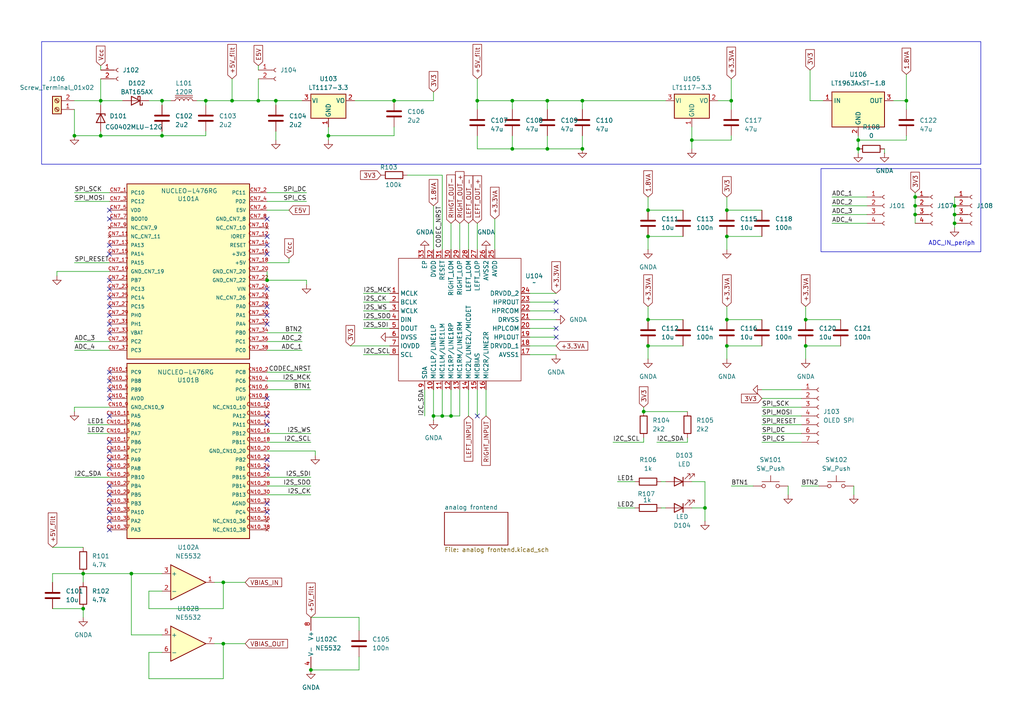
<source format=kicad_sch>
(kicad_sch (version 20231120) (generator "eeschema") (generator_version "8.0")
  (paper "A4")
  (lib_symbols
    (symbol "Amplifier_Operational:NE5532" (pin_names (offset 0.127))
      (property "Reference" "U" (at 0 5.08 0))
      (property "Value" "NE5532" (at 0 -5.08 0))
      (symbol "NE5532_1_1"
        (pin output line (at 7.62 0 180) (length 2.54) (name "~") (number "1"))
        (pin input line (at -7.62 -2.54 0) (length 2.54) (name "-") (number "2"))
        (pin input line (at -7.62 2.54 0) (length 2.54) (name "+") (number "3"))
      )
      (symbol "NE5532_2_1"
        (pin input line (at -7.62 2.54 0) (length 2.54) (name "+") (number "5"))
        (pin input line (at -7.62 -2.54 0) (length 2.54) (name "-") (number "6"))
        (pin output line (at 7.62 0 180) (length 2.54) (name "~") (number "7"))
      )
      (symbol "NE5532_3_1"
        (pin power_in line (at -2.54 -7.62 90) (length 3.81) (name "V-") (number "4"))
        (pin power_in line (at -2.54 7.62 270) (length 3.81) (name "V+") (number "8"))
      )
    )
    (symbol "Connector:Conn_01x02_Socket" (pin_names (offset 1.016) hide)
      (property "Reference" "J" (at 0 2.54 0))
      (property "Value" "Conn_01x02_Socket" (at 0 -5.08 0))
      (symbol "Conn_01x02_Socket_1_1"
        (pin passive line (at -5.08 0 0) (length 3.81) (name "Pin_1") (number "1"))
        (pin passive line (at -5.08 -2.54 0) (length 3.81) (name "Pin_2") (number "2"))
      )
    )
    (symbol "Connector:Conn_01x04_Socket" (pin_names (offset 1.016) hide)
      (property "Reference" "J" (at 0 5.08 0))
      (property "Value" "Conn_01x04_Socket" (at 0 -7.62 0))
      (symbol "Conn_01x04_Socket_1_1"
        (pin passive line (at -5.08 2.54 0) (length 3.81) (name "Pin_1") (number "1"))
        (pin passive line (at -5.08 0 0) (length 3.81) (name "Pin_2") (number "2"))
        (pin passive line (at -5.08 -2.54 0) (length 3.81) (name "Pin_3") (number "3"))
        (pin passive line (at -5.08 -5.08 0) (length 3.81) (name "Pin_4") (number "4"))
      )
    )
    (symbol "Connector:Conn_01x07_Socket" (pin_names (offset 1.016) hide)
      (property "Reference" "J" (at 0 10.16 0))
      (property "Value" "Conn_01x07_Socket" (at 0 -10.16 0))
      (symbol "Conn_01x07_Socket_1_1"
        (pin passive line (at -5.08 7.62 0) (length 3.81) (name "Pin_1") (number "1"))
        (pin passive line (at -5.08 5.08 0) (length 3.81) (name "Pin_2") (number "2"))
        (pin passive line (at -5.08 2.54 0) (length 3.81) (name "Pin_3") (number "3"))
        (pin passive line (at -5.08 0 0) (length 3.81) (name "Pin_4") (number "4"))
        (pin passive line (at -5.08 -2.54 0) (length 3.81) (name "Pin_5") (number "5"))
        (pin passive line (at -5.08 -5.08 0) (length 3.81) (name "Pin_6") (number "6"))
        (pin passive line (at -5.08 -7.62 0) (length 3.81) (name "Pin_7") (number "7"))
      )
    )
    (symbol "Connector:Screw_Terminal_01x02" (pin_names (offset 1.016) hide)
      (property "Reference" "J" (at 0 2.54 0))
      (property "Value" "Screw_Terminal_01x02" (at 0 -5.08 0))
      (symbol "Screw_Terminal_01x02_1_1"
        (pin passive line (at -5.08 0 0) (length 3.81) (name "Pin_1") (number "1"))
        (pin passive line (at -5.08 -2.54 0) (length 3.81) (name "Pin_2") (number "2"))
      )
    )
    (symbol "Device:C" (pin_numbers hide) (pin_names (offset 0.254))
      (property "Reference" "C" (at 0.635 2.54 0))
      (property "Value" "C" (at 0.635 -2.54 0))
      (symbol "C_1_1"
        (pin passive line (at 0 3.81 270) (length 2.794) (name "~") (number "1"))
        (pin passive line (at 0 -3.81 90) (length 2.794) (name "~") (number "2"))
      )
    )
    (symbol "Device:LED" (pin_numbers hide) (pin_names (offset 1.016) hide)
      (property "Reference" "D" (at 0 2.54 0))
      (property "Value" "LED" (at 0 -2.54 0))
      (symbol "LED_1_1"
        (pin passive line (at -3.81 0 0) (length 2.54) (name "K") (number "1"))
        (pin passive line (at 3.81 0 180) (length 2.54) (name "A") (number "2"))
      )
    )
    (symbol "Device:L_Iron" (pin_numbers hide) (pin_names (offset 1.016) hide)
      (property "Reference" "L" (at -1.27 0 90))
      (property "Value" "L_Iron" (at 2.794 0 90))
      (symbol "L_Iron_1_1"
        (pin passive line (at 0 3.81 270) (length 1.27) (name "1") (number "1"))
        (pin passive line (at 0 -3.81 90) (length 1.27) (name "2") (number "2"))
      )
    )
    (symbol "Device:R" (pin_numbers hide) (pin_names (offset 0))
      (property "Reference" "R" (at 2.032 0 90))
      (property "Value" "R" (at 0 0 90))
      (symbol "R_1_1"
        (pin passive line (at 0 3.81 270) (length 1.27) (name "~") (number "1"))
        (pin passive line (at 0 -3.81 90) (length 1.27) (name "~") (number "2"))
      )
    )
    (symbol "Diode:BAT48JFILM" (pin_numbers hide) (pin_names (offset 1.016) hide)
      (property "Reference" "D" (at 0 2.54 0))
      (property "Value" "BAT48JFILM" (at 0 -2.54 0))
      (symbol "BAT48JFILM_1_1"
        (pin passive line (at -3.81 0 0) (length 2.54) (name "K") (number "1"))
        (pin passive line (at 3.81 0 180) (length 2.54) (name "A") (number "2"))
      )
    )
    (symbol "Diode:ESD5Zxx" (pin_numbers hide) (pin_names hide)
      (property "Reference" "D" (at 0 2.54 0))
      (property "Value" "ESD5Zxx" (at 0 -2.54 0))
      (symbol "ESD5Zxx_1_1"
        (pin passive line (at -3.81 0 0) (length 2.54) (name "K") (number "1"))
        (pin passive line (at 3.81 0 180) (length 2.54) (name "A") (number "2"))
      )
    )
    (symbol "NUCLEO-L476RG:NUCLEO-L476RG" (pin_names (offset 1.016))
      (property "Reference" "U" (at -17.78 26.162 0))
      (property "Value" "NUCLEO-L476RG" (at -17.78 -27.94 0))
      (symbol "NUCLEO-L476RG_1_0"
        (pin bidirectional line (at -22.86 22.86 0) (length 5.08) (name "PC10") (number "CN7_1"))
        (pin no_connect line (at 22.86 12.7 180) (length 5.08) (name "NC_CN7_10") (number "CN7_10"))
        (pin no_connect line (at -22.86 10.16 0) (length 5.08) (name "NC_CN7_11") (number "CN7_11"))
        (pin input line (at 22.86 10.16 180) (length 5.08) (name "IOREF") (number "CN7_12"))
        (pin bidirectional line (at -22.86 7.62 0) (length 5.08) (name "PA13") (number "CN7_13"))
        (pin input line (at 22.86 7.62 180) (length 5.08) (name "RESET") (number "CN7_14"))
        (pin bidirectional line (at -22.86 5.08 0) (length 5.08) (name "PA14") (number "CN7_15"))
        (pin power_in line (at 22.86 5.08 180) (length 5.08) (name "+3V3") (number "CN7_16"))
        (pin bidirectional line (at -22.86 2.54 0) (length 5.08) (name "PA15") (number "CN7_17"))
        (pin power_in line (at 22.86 2.54 180) (length 5.08) (name "+5V") (number "CN7_18"))
        (pin power_in line (at -22.86 0 0) (length 5.08) (name "GND_CN7_19") (number "CN7_19"))
        (pin bidirectional line (at 22.86 22.86 180) (length 5.08) (name "PC11") (number "CN7_2"))
        (pin power_in line (at 22.86 0 180) (length 5.08) (name "GND_CN7_20") (number "CN7_20"))
        (pin bidirectional line (at -22.86 -2.54 0) (length 5.08) (name "PB7") (number "CN7_21"))
        (pin power_in line (at 22.86 -2.54 180) (length 5.08) (name "GND_CN7_22") (number "CN7_22"))
        (pin bidirectional line (at -22.86 -5.08 0) (length 5.08) (name "PC13") (number "CN7_23"))
        (pin power_in line (at 22.86 -5.08 180) (length 5.08) (name "VIN") (number "CN7_24"))
        (pin bidirectional line (at -22.86 -7.62 0) (length 5.08) (name "PC14") (number "CN7_25"))
        (pin no_connect line (at 22.86 -7.62 180) (length 5.08) (name "NC_CN7_26") (number "CN7_26"))
        (pin bidirectional line (at -22.86 -10.16 0) (length 5.08) (name "PC15") (number "CN7_27"))
        (pin bidirectional line (at 22.86 -10.16 180) (length 5.08) (name "PA0") (number "CN7_28"))
        (pin bidirectional line (at -22.86 -12.7 0) (length 5.08) (name "PH0") (number "CN7_29"))
        (pin bidirectional line (at -22.86 20.32 0) (length 5.08) (name "PC12") (number "CN7_3"))
        (pin bidirectional line (at 22.86 -12.7 180) (length 5.08) (name "PA1") (number "CN7_30"))
        (pin bidirectional line (at -22.86 -15.24 0) (length 5.08) (name "PH1") (number "CN7_31"))
        (pin bidirectional line (at 22.86 -15.24 180) (length 5.08) (name "PA4") (number "CN7_32"))
        (pin power_in line (at -22.86 -17.78 0) (length 5.08) (name "VBAT") (number "CN7_33"))
        (pin bidirectional line (at 22.86 -17.78 180) (length 5.08) (name "PB0") (number "CN7_34"))
        (pin bidirectional line (at -22.86 -20.32 0) (length 5.08) (name "PC2") (number "CN7_35"))
        (pin bidirectional line (at 22.86 -20.32 180) (length 5.08) (name "PC1") (number "CN7_36"))
        (pin bidirectional line (at -22.86 -22.86 0) (length 5.08) (name "PC3") (number "CN7_37"))
        (pin bidirectional line (at 22.86 -22.86 180) (length 5.08) (name "PC0") (number "CN7_38"))
        (pin bidirectional line (at 22.86 20.32 180) (length 5.08) (name "PD2") (number "CN7_4"))
        (pin power_in line (at -22.86 17.78 0) (length 5.08) (name "VDD") (number "CN7_5"))
        (pin power_in line (at 22.86 17.78 180) (length 5.08) (name "E5V") (number "CN7_6"))
        (pin input line (at -22.86 15.24 0) (length 5.08) (name "BOOT0") (number "CN7_7"))
        (pin power_in line (at 22.86 15.24 180) (length 5.08) (name "GND_CN7_8") (number "CN7_8"))
        (pin no_connect line (at -22.86 12.7 0) (length 5.08) (name "NC_CN7_9") (number "CN7_9"))
      )
      (symbol "NUCLEO-L476RG_2_0"
        (pin bidirectional line (at -22.86 22.86 0) (length 5.08) (name "PC9") (number "CN10_1"))
        (pin no_connect line (at 22.86 12.7 180) (length 5.08) (name "NC_CN10_10") (number "CN10_10"))
        (pin bidirectional line (at -22.86 10.16 0) (length 5.08) (name "PA5") (number "CN10_11"))
        (pin bidirectional line (at 22.86 10.16 180) (length 5.08) (name "PA12") (number "CN10_12"))
        (pin bidirectional line (at -22.86 7.62 0) (length 5.08) (name "PA6") (number "CN10_13"))
        (pin bidirectional line (at 22.86 7.62 180) (length 5.08) (name "PA11") (number "CN10_14"))
        (pin bidirectional line (at -22.86 5.08 0) (length 5.08) (name "PA7") (number "CN10_15"))
        (pin bidirectional line (at 22.86 5.08 180) (length 5.08) (name "PB12") (number "CN10_16"))
        (pin bidirectional line (at -22.86 2.54 0) (length 5.08) (name "PB6") (number "CN10_17"))
        (pin bidirectional line (at 22.86 2.54 180) (length 5.08) (name "PB11") (number "CN10_18"))
        (pin bidirectional line (at -22.86 0 0) (length 5.08) (name "PC7") (number "CN10_19"))
        (pin bidirectional line (at 22.86 22.86 180) (length 5.08) (name "PC8") (number "CN10_2"))
        (pin power_in line (at 22.86 0 180) (length 5.08) (name "GND_CN10_20") (number "CN10_20"))
        (pin bidirectional line (at -22.86 -2.54 0) (length 5.08) (name "PA9") (number "CN10_21"))
        (pin bidirectional line (at 22.86 -2.54 180) (length 5.08) (name "PB2") (number "CN10_22"))
        (pin bidirectional line (at -22.86 -5.08 0) (length 5.08) (name "PA8") (number "CN10_23"))
        (pin bidirectional line (at 22.86 -5.08 180) (length 5.08) (name "PB1") (number "CN10_24"))
        (pin bidirectional line (at -22.86 -7.62 0) (length 5.08) (name "PB10") (number "CN10_25"))
        (pin bidirectional line (at 22.86 -7.62 180) (length 5.08) (name "PB15") (number "CN10_26"))
        (pin bidirectional line (at -22.86 -10.16 0) (length 5.08) (name "PB4") (number "CN10_27"))
        (pin bidirectional line (at 22.86 -10.16 180) (length 5.08) (name "PB14") (number "CN10_28"))
        (pin bidirectional line (at -22.86 -12.7 0) (length 5.08) (name "PB5") (number "CN10_29"))
        (pin bidirectional line (at -22.86 20.32 0) (length 5.08) (name "PB8") (number "CN10_3"))
        (pin bidirectional line (at 22.86 -12.7 180) (length 5.08) (name "PB13") (number "CN10_30"))
        (pin bidirectional line (at -22.86 -15.24 0) (length 5.08) (name "PB3") (number "CN10_31"))
        (pin power_in line (at 22.86 -15.24 180) (length 5.08) (name "AGND") (number "CN10_32"))
        (pin bidirectional line (at -22.86 -17.78 0) (length 5.08) (name "PA10") (number "CN10_33"))
        (pin bidirectional line (at 22.86 -17.78 180) (length 5.08) (name "PC4") (number "CN10_34"))
        (pin bidirectional line (at -22.86 -20.32 0) (length 5.08) (name "PA2") (number "CN10_35"))
        (pin no_connect line (at 22.86 -20.32 180) (length 5.08) (name "NC_CN10_36") (number "CN10_36"))
        (pin bidirectional line (at -22.86 -22.86 0) (length 5.08) (name "PA3") (number "CN10_37"))
        (pin no_connect line (at 22.86 -22.86 180) (length 5.08) (name "NC_CN10_38") (number "CN10_38"))
        (pin bidirectional line (at 22.86 20.32 180) (length 5.08) (name "PC6") (number "CN10_4"))
        (pin bidirectional line (at -22.86 17.78 0) (length 5.08) (name "PB9") (number "CN10_5"))
        (pin bidirectional line (at 22.86 17.78 180) (length 5.08) (name "PC5") (number "CN10_6"))
        (pin power_in line (at -22.86 15.24 0) (length 5.08) (name "AVDD") (number "CN10_7"))
        (pin power_in line (at 22.86 15.24 180) (length 5.08) (name "U5V") (number "CN10_8"))
        (pin power_in line (at -22.86 12.7 0) (length 5.08) (name "GND_CN10_9") (number "CN10_9"))
      )
    )
    (symbol "Regulator_Linear:LT1117-3.3" (pin_names (offset 0.254))
      (property "Reference" "U" (at -3.81 3.175 0))
      (property "Value" "LT1117-3.3" (at 0 3.175 0))
      (symbol "LT1117-3.3_1_1"
        (pin power_in line (at 0 -7.62 90) (length 2.54) (name "GND") (number "1"))
        (pin power_out line (at 7.62 0 180) (length 2.54) (name "VO") (number "2"))
        (pin power_in line (at -7.62 0 0) (length 2.54) (name "VI") (number "3"))
      )
    )
    (symbol "Regulator_Linear:LT1963AxST-1.8"
      (property "Reference" "U" (at -7.62 6.35 0))
      (property "Value" "LT1963AxST-1.8" (at -1.27 6.35 0))
      (symbol "LT1963AxST-1.8_1_1"
        (pin power_in line (at -10.16 2.54 0) (length 2.54) (name "IN") (number "1"))
        (pin power_in line (at 0 -7.62 90) (length 2.54) (name "GND") (number "2"))
        (pin power_out line (at 10.16 2.54 180) (length 2.54) (name "OUT") (number "3"))
      )
    )
    (symbol "Switch:SW_Push" (pin_numbers hide) (pin_names (offset 1.016) hide)
      (property "Reference" "SW" (at 1.27 2.54 0))
      (property "Value" "SW_Push" (at 0 -1.524 0))
      (symbol "SW_Push_0_1"
        (pin passive line (at -5.08 0 0) (length 2.54) (name "1") (number "1"))
        (pin passive line (at 5.08 0 180) (length 2.54) (name "2") (number "2"))
      )
    )
    (symbol "moja:TLV320AIC3104IRHBR"
      (property "Reference" "U4" (at 21.59 15.2086 0))
      (property "Value" "~" (at 21.59 13.3035 0))
      (symbol "TLV320AIC3104IRHBR_1_1"
        (pin input line (at -20.32 10.16 0) (length 2.54) (name "MCLK") (number "1"))
        (pin input line (at -7.62 -17.78 90) (length 2.54) (name "MIC1LP/LINE1LP") (number "10"))
        (pin input line (at -5.08 -17.78 90) (length 2.54) (name "MIC1LM/LINE1LM") (number "11"))
        (pin input line (at -2.54 -17.78 90) (length 2.54) (name "MIC1RP/LINE1RP") (number "12"))
        (pin input line (at 0 -17.78 90) (length 2.54) (name "MIC1RM/LINE1RM") (number "13"))
        (pin input line (at 2.54 -17.78 90) (length 2.54) (name "MIC2L/LINE2L/MICDET") (number "14"))
        (pin input line (at 5.08 -17.78 90) (length 2.54) (name "MICBIAS") (number "15"))
        (pin input line (at 7.62 -17.78 90) (length 2.54) (name "MIC2R/LINE2R") (number "16"))
        (pin input line (at 20.32 -7.62 180) (length 2.54) (name "AVSS1") (number "17"))
        (pin input line (at 20.32 -5.08 180) (length 2.54) (name "DRVDD_1") (number "18"))
        (pin input line (at 20.32 -2.54 180) (length 2.54) (name "HPLOUT") (number "19"))
        (pin input line (at -20.32 7.62 0) (length 2.54) (name "BCLK") (number "2"))
        (pin input line (at 20.32 0 180) (length 2.54) (name "HPLCOM") (number "20"))
        (pin input line (at 20.32 2.54 180) (length 2.54) (name "DRVSS") (number "21"))
        (pin input line (at 20.32 5.08 180) (length 2.54) (name "HPRCOM") (number "22"))
        (pin input line (at 20.32 7.62 180) (length 2.54) (name "HPROUT") (number "23"))
        (pin input line (at 20.32 10.16 180) (length 2.54) (name "DRVDD_2") (number "24"))
        (pin input line (at 10.16 22.86 270) (length 2.54) (name "AVDD") (number "25"))
        (pin input line (at 7.62 22.86 270) (length 2.54) (name "AVSS2") (number "26"))
        (pin input line (at 5.08 22.86 270) (length 2.54) (name "LEFT_LOP") (number "27"))
        (pin input line (at 2.54 22.86 270) (length 2.54) (name "LEFT_LOM") (number "28"))
        (pin input line (at 0 22.86 270) (length 2.54) (name "RIGHT_LOP") (number "29"))
        (pin input line (at -20.32 5.08 0) (length 2.54) (name "WCLK") (number "3"))
        (pin input line (at -2.54 22.86 270) (length 2.54) (name "RIGHT_LOM") (number "30"))
        (pin input line (at -5.08 22.86 270) (length 2.54) (name "RESET") (number "31"))
        (pin input line (at -7.62 22.86 270) (length 2.54) (name "DVDD") (number "32"))
        (pin input line (at -10.16 22.86 270) (length 2.54) (name "EP") (number "33"))
        (pin input line (at -20.32 2.54 0) (length 2.54) (name "DIN") (number "4"))
        (pin input line (at -20.32 0 0) (length 2.54) (name "DOUT") (number "5"))
        (pin input line (at -20.32 -2.54 0) (length 2.54) (name "DVSS") (number "6"))
        (pin input line (at -20.32 -5.08 0) (length 2.54) (name "IOVDD") (number "7"))
        (pin input line (at -20.32 -7.62 0) (length 2.54) (name "SCL") (number "8"))
        (pin input line (at -10.16 -17.78 90) (length 2.54) (name "SDA") (number "9"))
      )
    )
    (symbol "power:GND" (power) (pin_names (offset 0))
      (property "Value" "GND" (at 0 -3.81 0))
      (symbol "GND_1_1"
        (pin power_in line (at 0 0 270) (length 0) hide (name "GND") (number "1"))
      )
    )
    (symbol "power:GNDA" (power) (pin_numbers hide) (pin_names (offset 0) hide)
      (property "Value" "GNDA" (at 0 -3.81 0))
      (symbol "GNDA_1_1"
        (pin power_in line (at 0 0 270) (length 0) (name "~") (number "1"))
      )
    )
  )
  (junction (at 148.59 29.21))
  (junction (at 158.75 29.21))
  (junction (at 200.66 40.64))
  (junction (at 248.92 43.18))
  (junction (at 187.96 92.71))
  (junction (at 46.99 39.37))
  (junction (at 138.43 29.21))
  (junction (at 210.82 92.71))
  (junction (at 262.89 29.21))
  (junction (at 158.75 43.18))
  (junction (at 187.96 60.96))
  (junction (at 74.93 29.21))
  (junction (at 210.82 100.33))
  (junction (at 210.82 60.96))
  (junction (at 168.91 29.21))
  (junction (at 24.13 166.37))
  (junction (at 265.43 62.23))
  (junction (at 21.59 39.37))
  (junction (at 67.31 29.21))
  (junction (at 95.25 39.37))
  (junction (at 186.69 119.38))
  (junction (at 24.13 176.53))
  (junction (at 276.86 62.23))
  (junction (at 265.43 59.69))
  (junction (at 77.47 81.28))
  (junction (at 187.96 100.33))
  (junction (at 59.69 29.21))
  (junction (at 265.43 57.15))
  (junction (at 64.77 186.69))
  (junction (at 29.21 39.37))
  (junction (at 233.68 92.71))
  (junction (at 38.1 166.37))
  (junction (at 187.96 68.58))
  (junction (at 212.09 29.21))
  (junction (at 210.82 68.58))
  (junction (at 29.21 29.21))
  (junction (at 168.91 43.18))
  (junction (at 148.59 43.18))
  (junction (at 125.73 120.65))
  (junction (at 233.68 100.33))
  (junction (at 80.01 29.21))
  (junction (at 276.86 59.69))
  (junction (at 46.99 29.21))
  (junction (at 130.81 120.65))
  (junction (at 128.27 120.65))
  (junction (at 248.92 40.64))
  (junction (at 276.86 64.77))
  (junction (at 90.17 194.31))
  (junction (at 114.3 29.21))
  (junction (at 64.77 168.91))
  (junction (at 204.47 147.32))
  (no_connect (at 77.47 120.65))
  (no_connect (at 31.75 128.27))
  (no_connect (at 77.47 135.89))
  (no_connect (at 77.47 91.44))
  (no_connect (at 77.47 88.9))
  (no_connect (at 31.75 93.98))
  (no_connect (at 161.29 90.17))
  (no_connect (at 77.47 71.12))
  (no_connect (at 77.47 83.82))
  (no_connect (at 31.75 81.28))
  (no_connect (at 31.75 135.89))
  (no_connect (at 31.75 110.49))
  (no_connect (at 77.47 133.35))
  (no_connect (at 31.75 140.97))
  (no_connect (at 31.75 96.52))
  (no_connect (at 77.47 63.5))
  (no_connect (at 31.75 83.82))
  (no_connect (at 31.75 120.65))
  (no_connect (at 77.47 146.05))
  (no_connect (at 161.29 95.25))
  (no_connect (at 31.75 63.5))
  (no_connect (at 31.75 71.12))
  (no_connect (at 77.47 93.98))
  (no_connect (at 161.29 87.63))
  (no_connect (at 31.75 88.9))
  (no_connect (at 31.75 91.44))
  (no_connect (at 31.75 151.13))
  (no_connect (at 77.47 123.19))
  (no_connect (at 31.75 148.59))
  (no_connect (at 31.75 153.67))
  (no_connect (at 31.75 115.57))
  (no_connect (at 77.47 68.58))
  (no_connect (at 31.75 133.35))
  (no_connect (at 31.75 86.36))
  (no_connect (at 77.47 73.66))
  (no_connect (at 31.75 146.05))
  (no_connect (at 31.75 73.66))
  (no_connect (at 161.29 97.79))
  (no_connect (at 138.43 120.65))
  (no_connect (at 31.75 113.03))
  (no_connect (at 31.75 60.96))
  (no_connect (at 31.75 107.95))
  (no_connect (at 77.47 115.57))
  (no_connect (at 77.47 148.59))
  (no_connect (at 31.75 130.81))
  (no_connect (at 31.75 143.51))
  (wire (pts (xy 77.47 76.2) (xy 83.82 76.2)))
  (wire (pts (xy 153.67 90.17) (xy 161.29 90.17)))
  (wire (pts (xy 74.93 29.21) (xy 80.01 29.21)))
  (wire (pts (xy 220.98 128.27) (xy 232.41 128.27)))
  (wire (pts (xy 187.96 68.58) (xy 187.96 72.39)))
  (wire (pts (xy 265.43 59.69) (xy 265.43 62.23)))
  (wire (pts (xy 77.47 60.96) (xy 83.82 60.96)))
  (wire (pts (xy 62.23 168.91) (xy 64.77 168.91)))
  (wire (pts (xy 105.41 102.87) (xy 113.03 102.87)))
  (wire (pts (xy 64.77 186.69) (xy 71.12 186.69)))
  (wire (pts (xy 21.59 138.43) (xy 31.75 138.43)))
  (wire (pts (xy 88.9 81.28) (xy 88.9 82.55)))
  (wire (pts (xy 101.6 100.33) (xy 113.03 100.33)))
  (wire (pts (xy 123.19 120.65) (xy 123.19 113.03)))
  (wire (pts (xy 77.47 138.43) (xy 90.17 138.43)))
  (wire (pts (xy 241.3 62.23) (xy 251.46 62.23)))
  (wire (pts (xy 276.86 62.23) (xy 276.86 64.77)))
  (wire (pts (xy 77.47 143.51) (xy 90.17 143.51)))
  (wire (pts (xy 46.99 171.45) (xy 43.18 171.45)))
  (wire (pts (xy 15.24 168.91) (xy 15.24 166.37)))
  (wire (pts (xy 140.97 120.65) (xy 140.97 113.03)))
  (wire (pts (xy 104.14 182.88) (xy 104.14 179.07)))
  (wire (pts (xy 212.09 22.86) (xy 212.09 29.21)))
  (wire (pts (xy 168.91 29.21) (xy 193.04 29.21)))
  (wire (pts (xy 31.75 101.6) (xy 21.59 101.6)))
  (wire (pts (xy 199.39 127) (xy 199.39 128.27)))
  (wire (pts (xy 43.18 189.23) (xy 43.18 196.85)))
  (wire (pts (xy 204.47 147.32) (xy 204.47 151.13)))
  (wire (pts (xy 198.12 100.33) (xy 187.96 100.33)))
  (wire (pts (xy 128.27 120.65) (xy 125.73 120.65)))
  (wire (pts (xy 77.47 81.28) (xy 88.9 81.28)))
  (wire (pts (xy 125.73 26.67) (xy 125.73 29.21)))
  (wire (pts (xy 241.3 59.69) (xy 251.46 59.69)))
  (wire (pts (xy 83.82 74.93) (xy 83.82 76.2)))
  (wire (pts (xy 208.28 29.21) (xy 212.09 29.21)))
  (wire (pts (xy 220.98 92.71) (xy 210.82 92.71)))
  (wire (pts (xy 77.47 96.52) (xy 87.63 96.52)))
  (wire (pts (xy 276.86 57.15) (xy 276.86 59.69)))
  (wire (pts (xy 212.09 39.37) (xy 212.09 40.64)))
  (wire (pts (xy 187.96 100.33) (xy 187.96 104.14)))
  (wire (pts (xy 200.66 43.18) (xy 200.66 40.64)))
  (wire (pts (xy 95.25 40.64) (xy 95.25 39.37)))
  (wire (pts (xy 77.47 99.06) (xy 87.63 99.06)))
  (wire (pts (xy 133.35 120.65) (xy 133.35 113.03)))
  (wire (pts (xy 187.96 57.15) (xy 187.96 60.96)))
  (wire (pts (xy 29.21 39.37) (xy 46.99 39.37)))
  (wire (pts (xy 276.86 64.77) (xy 276.86 66.04)))
  (wire (pts (xy 256.54 44.45) (xy 256.54 43.18)))
  (wire (pts (xy 233.68 88.9) (xy 233.68 92.71)))
  (wire (pts (xy 186.69 118.11) (xy 186.69 119.38)))
  (wire (pts (xy 64.77 168.91) (xy 64.77 176.53)))
  (wire (pts (xy 135.89 72.39) (xy 135.89 64.77)))
  (wire (pts (xy 67.31 22.86) (xy 67.31 29.21)))
  (wire (pts (xy 262.89 29.21) (xy 262.89 31.75)))
  (wire (pts (xy 153.67 85.09) (xy 161.29 85.09)))
  (wire (pts (xy 59.69 29.21) (xy 59.69 30.48)))
  (wire (pts (xy 212.09 140.97) (xy 218.44 140.97)))
  (wire (pts (xy 233.68 100.33) (xy 233.68 104.14)))
  (wire (pts (xy 21.59 55.88) (xy 31.75 55.88)))
  (wire (pts (xy 276.86 59.69) (xy 276.86 62.23)))
  (wire (pts (xy 212.09 29.21) (xy 212.09 31.75)))
  (wire (pts (xy 210.82 88.9) (xy 210.82 92.71)))
  (wire (pts (xy 138.43 43.18) (xy 148.59 43.18)))
  (wire (pts (xy 77.47 140.97) (xy 90.17 140.97)))
  (wire (pts (xy 234.95 20.32) (xy 234.95 29.21)))
  (wire (pts (xy 77.47 130.81) (xy 91.44 130.81)))
  (wire (pts (xy 212.09 40.64) (xy 200.66 40.64)))
  (wire (pts (xy 128.27 120.65) (xy 128.27 113.03)))
  (wire (pts (xy 198.12 60.96) (xy 187.96 60.96)))
  (wire (pts (xy 59.69 29.21) (xy 67.31 29.21)))
  (wire (pts (xy 46.99 38.1) (xy 46.99 39.37)))
  (wire (pts (xy 105.41 92.71) (xy 113.03 92.71)))
  (wire (pts (xy 46.99 29.21) (xy 46.99 30.48)))
  (wire (pts (xy 114.3 36.83) (xy 114.3 39.37)))
  (wire (pts (xy 118.11 50.8) (xy 128.27 50.8)))
  (wire (pts (xy 105.41 95.25) (xy 113.03 95.25)))
  (wire (pts (xy 104.14 190.5) (xy 104.14 194.31)))
  (wire (pts (xy 43.18 29.21) (xy 46.99 29.21)))
  (wire (pts (xy 168.91 43.18) (xy 168.91 39.37)))
  (wire (pts (xy 130.81 113.03) (xy 130.81 120.65)))
  (wire (pts (xy 248.92 43.18) (xy 248.92 44.45)))
  (wire (pts (xy 25.4 125.73) (xy 31.75 125.73)))
  (wire (pts (xy 158.75 29.21) (xy 158.75 31.75)))
  (wire (pts (xy 241.3 57.15) (xy 251.46 57.15)))
  (wire (pts (xy 15.24 176.53) (xy 24.13 176.53)))
  (wire (pts (xy 241.3 64.77) (xy 251.46 64.77)))
  (wire (pts (xy 133.35 120.65) (xy 130.81 120.65)))
  (wire (pts (xy 38.1 166.37) (xy 46.99 166.37)))
  (wire (pts (xy 104.14 179.07) (xy 90.17 179.07)))
  (wire (pts (xy 21.59 29.21) (xy 29.21 29.21)))
  (wire (pts (xy 77.47 101.6) (xy 87.63 101.6)))
  (wire (pts (xy 64.77 168.91) (xy 71.12 168.91)))
  (wire (pts (xy 43.18 196.85) (xy 64.77 196.85)))
  (wire (pts (xy 153.67 87.63) (xy 161.29 87.63)))
  (wire (pts (xy 114.3 39.37) (xy 95.25 39.37)))
  (wire (pts (xy 198.12 68.58) (xy 187.96 68.58)))
  (wire (pts (xy 143.51 63.5) (xy 143.51 72.39)))
  (wire (pts (xy 130.81 72.39) (xy 130.81 64.77)))
  (wire (pts (xy 228.6 140.97) (xy 228.6 143.51)))
  (wire (pts (xy 80.01 40.64) (xy 80.01 38.1)))
  (wire (pts (xy 138.43 22.86) (xy 138.43 29.21)))
  (wire (pts (xy 204.47 139.7) (xy 204.47 147.32)))
  (wire (pts (xy 259.08 29.21) (xy 262.89 29.21)))
  (wire (pts (xy 168.91 29.21) (xy 168.91 31.75)))
  (wire (pts (xy 15.24 166.37) (xy 24.13 166.37)))
  (wire (pts (xy 102.87 29.21) (xy 114.3 29.21)))
  (wire (pts (xy 200.66 40.64) (xy 200.66 36.83)))
  (wire (pts (xy 105.41 87.63) (xy 113.03 87.63)))
  (wire (pts (xy 64.77 186.69) (xy 64.77 196.85)))
  (wire (pts (xy 153.67 97.79) (xy 161.29 97.79)))
  (wire (pts (xy 262.89 21.59) (xy 262.89 29.21)))
  (wire (pts (xy 220.98 60.96) (xy 210.82 60.96)))
  (wire (pts (xy 24.13 166.37) (xy 38.1 166.37)))
  (wire (pts (xy 153.67 95.25) (xy 161.29 95.25)))
  (wire (pts (xy 186.69 119.38) (xy 199.39 119.38)))
  (wire (pts (xy 220.98 120.65) (xy 232.41 120.65)))
  (wire (pts (xy 21.59 118.11) (xy 21.59 119.38)))
  (wire (pts (xy 153.67 92.71) (xy 161.29 92.71)))
  (wire (pts (xy 198.12 92.71) (xy 187.96 92.71)))
  (wire (pts (xy 74.93 19.05) (xy 74.93 20.32)))
  (wire (pts (xy 104.14 194.31) (xy 90.17 194.31)))
  (wire (pts (xy 16.51 78.74) (xy 16.51 80.01)))
  (wire (pts (xy 25.4 123.19) (xy 31.75 123.19)))
  (wire (pts (xy 177.8 128.27) (xy 186.69 128.27)))
  (wire (pts (xy 220.98 68.58) (xy 210.82 68.58)))
  (wire (pts (xy 21.59 76.2) (xy 31.75 76.2)))
  (wire (pts (xy 77.47 128.27) (xy 90.17 128.27)))
  (wire (pts (xy 153.67 100.33) (xy 161.29 100.33)))
  (wire (pts (xy 179.07 147.32) (xy 184.15 147.32)))
  (wire (pts (xy 105.41 90.17) (xy 113.03 90.17)))
  (wire (pts (xy 74.93 22.86) (xy 74.93 29.21)))
  (wire (pts (xy 43.18 176.53) (xy 64.77 176.53)))
  (wire (pts (xy 29.21 29.21) (xy 35.56 29.21)))
  (wire (pts (xy 80.01 29.21) (xy 87.63 29.21)))
  (wire (pts (xy 220.98 100.33) (xy 210.82 100.33)))
  (wire (pts (xy 77.47 110.49) (xy 90.17 110.49)))
  (wire (pts (xy 77.47 55.88) (xy 88.9 55.88)))
  (wire (pts (xy 29.21 19.05) (xy 29.21 20.32)))
  (wire (pts (xy 80.01 29.21) (xy 80.01 30.48)))
  (wire (pts (xy 24.13 176.53) (xy 24.13 179.07)))
  (wire (pts (xy 138.43 29.21) (xy 138.43 31.75)))
  (wire (pts (xy 148.59 39.37) (xy 148.59 43.18)))
  (wire (pts (xy 148.59 29.21) (xy 148.59 31.75)))
  (wire (pts (xy 138.43 29.21) (xy 148.59 29.21)))
  (wire (pts (xy 232.41 140.97) (xy 237.49 140.97)))
  (wire (pts (xy 187.96 88.9) (xy 187.96 92.71)))
  (wire (pts (xy 220.98 113.03) (xy 232.41 113.03)))
  (wire (pts (xy 248.92 40.64) (xy 248.92 43.18)))
  (wire (pts (xy 220.98 115.57) (xy 232.41 115.57)))
  (wire (pts (xy 46.99 184.15) (xy 38.1 184.15)))
  (wire (pts (xy 210.82 57.15) (xy 210.82 60.96)))
  (wire (pts (xy 43.18 171.45) (xy 43.18 176.53)))
  (wire (pts (xy 262.89 39.37) (xy 262.89 40.64)))
  (wire (pts (xy 135.89 120.65) (xy 135.89 113.03)))
  (wire (pts (xy 265.43 57.15) (xy 265.43 59.69)))
  (wire (pts (xy 130.81 120.65) (xy 128.27 120.65)))
  (wire (pts (xy 220.98 125.73) (xy 232.41 125.73)))
  (wire (pts (xy 31.75 78.74) (xy 16.51 78.74)))
  (wire (pts (xy 77.47 125.73) (xy 90.17 125.73)))
  (wire (pts (xy 186.69 127) (xy 186.69 128.27)))
  (wire (pts (xy 247.65 140.97) (xy 247.65 143.51)))
  (wire (pts (xy 114.3 29.21) (xy 125.73 29.21)))
  (wire (pts (xy 67.31 29.21) (xy 74.93 29.21)))
  (wire (pts (xy 31.75 118.11) (xy 21.59 118.11)))
  (wire (pts (xy 24.13 166.37) (xy 24.13 168.91)))
  (wire (pts (xy 62.23 186.69) (xy 64.77 186.69)))
  (wire (pts (xy 77.47 78.74) (xy 77.47 81.28)))
  (wire (pts (xy 29.21 22.86) (xy 29.21 29.21)))
  (wire (pts (xy 248.92 39.37) (xy 248.92 40.64)))
  (wire (pts (xy 38.1 184.15) (xy 38.1 166.37)))
  (wire (pts (xy 190.5 128.27) (xy 199.39 128.27)))
  (wire (pts (xy 243.84 100.33) (xy 233.68 100.33)))
  (wire (pts (xy 138.43 120.65) (xy 138.43 113.03)))
  (wire (pts (xy 200.66 147.32) (xy 204.47 147.32)))
  (wire (pts (xy 125.73 113.03) (xy 125.73 120.65)))
  (wire (pts (xy 125.73 120.65) (xy 125.73 121.92)))
  (wire (pts (xy 153.67 102.87) (xy 161.29 102.87)))
  (wire (pts (xy 158.75 43.18) (xy 168.91 43.18)))
  (wire (pts (xy 91.44 130.81) (xy 91.44 132.08)))
  (wire (pts (xy 138.43 39.37) (xy 138.43 43.18)))
  (wire (pts (xy 57.15 29.21) (xy 59.69 29.21)))
  (wire (pts (xy 77.47 113.03) (xy 90.17 113.03)))
  (wire (pts (xy 158.75 39.37) (xy 158.75 43.18)))
  (wire (pts (xy 105.41 85.09) (xy 113.03 85.09)))
  (wire (pts (xy 46.99 29.21) (xy 49.53 29.21)))
  (wire (pts (xy 59.69 39.37) (xy 59.69 38.1)))
  (wire (pts (xy 234.95 29.21) (xy 238.76 29.21)))
  (wire (pts (xy 21.59 39.37) (xy 29.21 39.37)))
  (wire (pts (xy 148.59 29.21) (xy 158.75 29.21)))
  (wire (pts (xy 210.82 100.33) (xy 210.82 104.14)))
  (wire (pts (xy 138.43 72.39) (xy 138.43 64.77)))
  (wire (pts (xy 191.77 139.7) (xy 193.04 139.7)))
  (wire (pts (xy 148.59 43.18) (xy 158.75 43.18)))
  (wire (pts (xy 133.35 72.39) (xy 133.35 64.77)))
  (wire (pts (xy 21.59 31.75) (xy 21.59 39.37)))
  (wire (pts (xy 158.75 29.21) (xy 168.91 29.21)))
  (wire (pts (xy 95.25 36.83) (xy 95.25 39.37)))
  (wire (pts (xy 77.47 58.42) (xy 88.9 58.42)))
  (wire (pts (xy 220.98 118.11) (xy 232.41 118.11)))
  (wire (pts (xy 191.77 147.32) (xy 193.04 147.32)))
  (wire (pts (xy 265.43 55.88) (xy 265.43 57.15)))
  (wire (pts (xy 128.27 50.8) (xy 128.27 72.39)))
  (wire (pts (xy 15.24 158.75) (xy 24.13 158.75)))
  (wire (pts (xy 46.99 189.23) (xy 43.18 189.23)))
  (wire (pts (xy 21.59 99.06) (xy 31.75 99.06)))
  (wire (pts (xy 265.43 62.23) (xy 265.43 64.77)))
  (wire (pts (xy 77.47 107.95) (xy 90.17 107.95)))
  (wire (pts (xy 46.99 39.37) (xy 59.69 39.37)))
  (wire (pts (xy 210.82 68.58) (xy 210.82 72.39)))
  (wire (pts (xy 200.66 139.7) (xy 204.47 139.7)))
  (wire (pts (xy 125.73 72.39) (xy 125.73 59.69)))
  (wire (pts (xy 21.59 58.42) (xy 31.75 58.42)))
  (wire (pts (xy 29.21 38.1) (xy 29.21 39.37)))
  (wire (pts (xy 248.92 40.64) (xy 262.89 40.64)))
  (wire (pts (xy 29.21 29.21) (xy 29.21 30.48)))
  (wire (pts (xy 179.07 139.7) (xy 184.15 139.7)))
  (wire (pts (xy 243.84 92.71) (xy 233.68 92.71)))
  (wire (pts (xy 220.98 123.19) (xy 232.41 123.19)))
  (rectangle (start 12.065 12.065) (end 284.48 47.625))
  (rectangle (start 238.125 48.895) (end 284.48 73.025))
  (text "ADC_IN_periph\n" (at 269.24 71.374 0) (effects (font (size 1.27 1.27)) (justify left bottom)))
  (label "BTN2" (at 232.41 140.97 0))
  (label "ADC_3" (at 241.3 62.23 0))
  (label "SPI_CS" (at 88.9 58.42 180))
  (label "ADC_4" (at 241.3 64.77 0))
  (label "LED1" (at 25.4 123.19 0))
  (label "I2C_SCL" (at 105.41 102.87 0))
  (label "CODEC_NRST" (at 90.17 107.95 180))
  (label "SPI_DC" (at 220.98 125.73 0))
  (label "I2S_SDI" (at 105.41 95.25 0))
  (label "I2C_SDA" (at 190.5 128.27 0))
  (label "BTN2" (at 87.63 96.52 180))
  (label "ADC_1" (at 87.63 101.6 180))
  (label "BTN1" (at 212.09 140.97 0))
  (label "SPI_DC" (at 88.9 55.88 180))
  (label "I2C_SCL" (at 90.17 128.27 180))
  (label "LED2" (at 179.07 147.32 0))
  (label "SPI_RESET" (at 220.98 123.19 0))
  (label "I2S_SDO" (at 105.41 92.71 0))
  (label "I2S_CK" (at 105.41 87.63 0))
  (label "LED2" (at 25.4 125.73 0))
  (label "I2S_WS" (at 105.41 90.17 0))
  (label "I2C_SDA" (at 21.59 138.43 0))
  (label "SPI_CS" (at 220.98 128.27 0))
  (label "I2S_SDO" (at 90.17 140.97 180))
  (label "SPI_MOSI" (at 220.98 120.65 0))
  (label "I2S_WS" (at 90.17 125.73 180))
  (label "I2S_CK" (at 90.17 143.51 180))
  (label "ADC_3" (at 21.59 99.06 0))
  (label "I2C_SCL" (at 177.8 128.27 0))
  (label "I2S_SDI" (at 90.17 138.43 180))
  (label "CODEC_NRST" (at 128.27 59.69 270))
  (label "BTN1" (at 90.17 113.03 180))
  (label "SPI_MOSI" (at 21.59 58.42 0))
  (label "SPI_RESET" (at 21.59 76.2 0))
  (label "ADC_2" (at 87.63 99.06 180))
  (label "SPI_SCK" (at 21.59 55.88 0))
  (label "ADC_2" (at 241.3 59.69 0))
  (label "ADC_4" (at 21.59 101.6 0))
  (label "ADC_1" (at 241.3 57.15 0))
  (label "I2S_MCK" (at 90.17 110.49 180))
  (label "LED1" (at 179.07 139.7 0))
  (label "I2C_SDA" (at 123.19 120.65 90))
  (label "SPI_SCK" (at 220.98 118.11 0))
  (label "I2S_MCK" (at 105.41 85.09 0))
  (global_label "LEFT_INPUT" (shape input) (at 135.89 120.65 270) (property "Intersheetrefs" "${INTERSHEET_REFS}" (effects (hide yes))))
  (global_label "3V3" (shape input) (at 101.6 100.33 90) (property "Intersheetrefs" "${INTERSHEET_REFS}" (effects (hide yes))))
  (global_label "1.8VA" (shape input) (at 187.96 57.15 90) (property "Intersheetrefs" "${INTERSHEET_REFS}" (effects (hide yes))))
  (global_label "+3.3VA" (shape input) (at 161.29 100.33 0) (property "Intersheetrefs" "${INTERSHEET_REFS}" (effects (hide yes))))
  (global_label "LEFT_OUT_+" (shape input) (at 138.43 64.77 90) (property "Intersheetrefs" "${INTERSHEET_REFS}" (effects (hide yes))))
  (global_label "+3.3VA" (shape input) (at 143.51 63.5 90) (property "Intersheetrefs" "${INTERSHEET_REFS}" (effects (hide yes))))
  (global_label "RIGHT_OUT_+" (shape input) (at 133.35 64.77 90) (property "Intersheetrefs" "${INTERSHEET_REFS}" (effects (hide yes))))
  (global_label "+3.3VA" (shape input) (at 212.09 22.86 90) (property "Intersheetrefs" "${INTERSHEET_REFS}" (effects (hide yes))))
  (global_label "1.8VA" (shape input) (at 262.89 21.59 90) (property "Intersheetrefs" "${INTERSHEET_REFS}" (effects (hide yes))))
  (global_label "+3.3VA" (shape input) (at 233.68 88.9 90) (property "Intersheetrefs" "${INTERSHEET_REFS}" (effects (hide yes))))
  (global_label "RIHGT_OUT-" (shape input) (at 130.81 64.77 90) (property "Intersheetrefs" "${INTERSHEET_REFS}" (effects (hide yes))))
  (global_label "+3.3VA" (shape input) (at 210.82 88.9 90) (property "Intersheetrefs" "${INTERSHEET_REFS}" (effects (hide yes))))
  (global_label "E5V" (shape input) (at 83.82 60.96 0) (property "Intersheetrefs" "${INTERSHEET_REFS}" (effects (hide yes))))
  (global_label "E5V" (shape input) (at 74.93 19.05 90) (property "Intersheetrefs" "${INTERSHEET_REFS}" (effects (hide yes))))
  (global_label "LEFT_OUT_-" (shape input) (at 135.89 64.77 90) (property "Intersheetrefs" "${INTERSHEET_REFS}" (effects (hide yes))))
  (global_label "Vcc" (shape input) (at 83.82 74.93 90) (property "Intersheetrefs" "${INTERSHEET_REFS}" (effects (hide yes))))
  (global_label "+5V_filt" (shape input) (at 90.17 179.07 90) (property "Intersheetrefs" "${INTERSHEET_REFS}" (effects (hide yes))))
  (global_label "3V3" (shape input) (at 220.98 115.57 180) (property "Intersheetrefs" "${INTERSHEET_REFS}" (effects (hide yes))))
  (global_label "3V3" (shape input) (at 210.82 57.15 90) (property "Intersheetrefs" "${INTERSHEET_REFS}" (effects (hide yes))))
  (global_label "+3.3VA" (shape input) (at 187.96 88.9 90) (property "Intersheetrefs" "${INTERSHEET_REFS}" (effects (hide yes))))
  (global_label "3V3" (shape input) (at 110.49 50.8 180) (property "Intersheetrefs" "${INTERSHEET_REFS}" (effects (hide yes))))
  (global_label "VBIAS_OUT" (shape input) (at 71.12 186.69 0) (property "Intersheetrefs" "${INTERSHEET_REFS}" (effects (hide yes))))
  (global_label "3V3" (shape input) (at 234.95 20.32 90) (property "Intersheetrefs" "${INTERSHEET_REFS}" (effects (hide yes))))
  (global_label "RIGHT_INPUT" (shape input) (at 140.97 120.65 270) (property "Intersheetrefs" "${INTERSHEET_REFS}" (effects (hide yes))))
  (global_label "3V3" (shape input) (at 186.69 118.11 90) (property "Intersheetrefs" "${INTERSHEET_REFS}" (effects (hide yes))))
  (global_label "VBIAS_IN" (shape input) (at 71.12 168.91 0) (property "Intersheetrefs" "${INTERSHEET_REFS}" (effects (hide yes))))
  (global_label "3V3" (shape input) (at 265.43 55.88 90) (property "Intersheetrefs" "${INTERSHEET_REFS}" (effects (hide yes))))
  (global_label "+5V_filt" (shape input) (at 138.43 22.86 90) (property "Intersheetrefs" "${INTERSHEET_REFS}" (effects (hide yes))))
  (global_label "3V3" (shape input) (at 125.73 26.67 90) (property "Intersheetrefs" "${INTERSHEET_REFS}" (effects (hide yes))))
  (global_label "Vcc" (shape input) (at 29.21 19.05 90) (property "Intersheetrefs" "${INTERSHEET_REFS}" (effects (hide yes))))
  (global_label "+5V_filt" (shape input) (at 15.24 158.75 90) (property "Intersheetrefs" "${INTERSHEET_REFS}" (effects (hide yes))))
  (global_label "+3.3VA" (shape input) (at 161.29 85.09 90) (property "Intersheetrefs" "${INTERSHEET_REFS}" (effects (hide yes))))
  (global_label "1.8VA" (shape input) (at 125.73 59.69 90) (property "Intersheetrefs" "${INTERSHEET_REFS}" (effects (hide yes))))
  (global_label "+5V_filt" (shape input) (at 67.31 22.86 90) (property "Intersheetrefs" "${INTERSHEET_REFS}" (effects (hide yes))))
  (symbol (lib_id "Device:R") (at 186.69 123.19 0) (unit 1)
    (property "Reference" "R104" (at 189.23 121.9199 0) (effects (justify left)))
    (property "Value" "2k2" (at 189.23 124.4599 0) (effects (justify left)))
    (property "Footprint" "Resistor_SMD:R_0402_1005Metric" (effects (hide yes)))
    (property "Description" "Resistor" (effects (hide yes)))
  )
  (symbol (lib_id "Device:L_Iron") (at 53.34 29.21 90) (unit 1)
    (property "Reference" "L101" (at 53.34 24.13 90))
    (property "Value" "120R" (at 53.34 26.67 90))
    (property "Footprint" "Capacitor_SMD:C_0603_1608Metric" (effects (hide yes)))
  )
  (symbol (lib_id "Regulator_Linear:LT1117-3.3") (at 95.25 29.21 0) (unit 1)
    (property "Reference" "U103" (at 95.25 22.86 0))
    (property "Value" "LT1117-3.3" (at 95.25 25.4 0))
    (property "Footprint" "Package_TO_SOT_SMD:SOT-223-3_TabPin2" (effects (hide yes)))
    (property "Datasheet" "https://www.analog.com/media/en/technical-documentation/data-sheets/1117fd.pdf" (effects (hide yes)))
    (property "Description" "800mA Low-Dropout Linear Regulator, 3.3V fixed output, SOT-223/TO-263" (effects (hide yes)))
  )
  (symbol (lib_id "power:GND") (at 204.47 151.13 0) (unit 1)
    (property "Reference" "#PWR0129" (effects (hide yes)))
    (property "Value" "GND" (effects (hide yes)))
  )
  (symbol (lib_id "Device:R") (at 24.13 162.56 0) (unit 1)
    (property "Reference" "R101" (at 26.67 161.2899 0) (effects (justify left)))
    (property "Value" "4.7k" (at 26.67 163.8299 0) (effects (justify left)))
    (property "Footprint" "Capacitor_SMD:C_0402_1005Metric" (effects (hide yes)))
    (property "Description" "Resistor" (effects (hide yes)))
  )
  (symbol (lib_id "power:GND") (at 21.59 119.38 0) (unit 1)
    (property "Reference" "#PWR0103" (effects (hide yes)))
    (property "Value" "GND" (effects (hide yes)))
  )
  (symbol (lib_id "Device:R") (at 252.73 43.18 90) (unit 1)
    (property "Reference" "R108" (at 252.73 36.83 90))
    (property "Value" "0" (at 252.73 39.37 90))
    (property "Footprint" "Resistor_SMD:R_0402_1005Metric" (effects (hide yes)))
    (property "Description" "Resistor" (effects (hide yes)))
  )
  (symbol (lib_id "Device:C") (at 233.68 96.52 0) (unit 1)
    (property "Reference" "C120" (at 237.49 95.2499 0) (effects (justify left)))
    (property "Value" "10u" (at 237.49 97.7899 0) (effects (justify left)))
    (property "Footprint" "Capacitor_SMD:C_0603_1608Metric" (effects (hide yes)))
    (property "Description" "Unpolarized capacitor" (effects (hide yes)))
  )
  (symbol (lib_id "Device:C") (at 80.01 34.29 0) (unit 1)
    (property "Reference" "C104" (at 83.82 33.655 0) (effects (justify left)))
    (property "Value" "2u2" (at 83.82 36.195 0) (effects (justify left)))
    (property "Footprint" "Capacitor_SMD:C_0402_1005Metric" (effects (hide yes)))
  )
  (symbol (lib_id "power:GNDA") (at 125.73 121.92 0) (unit 1)
    (property "Reference" "#PWR0112" (effects (hide yes)))
    (property "Value" "GNDA" (at 125.73 127 0))
    (property "Description" "Power symbol creates a global label with name \"GNDA\" , analog ground" (effects (hide yes)))
  )
  (symbol (lib_id "power:GNDA") (at 90.17 194.31 0) (unit 1)
    (property "Reference" "#PWR0107" (effects (hide yes)))
    (property "Value" "GNDA" (at 90.17 199.39 0))
    (property "Description" "Power symbol creates a global label with name \"GNDA\" , analog ground" (effects (hide yes)))
  )
  (symbol (lib_id "Device:R") (at 199.39 123.19 0) (unit 1)
    (property "Reference" "R105" (at 201.93 121.9199 0) (effects (justify left)))
    (property "Value" "2k2" (at 201.93 124.4599 0) (effects (justify left)))
    (property "Footprint" "Resistor_SMD:R_0402_1005Metric" (effects (hide yes)))
    (property "Description" "Resistor" (effects (hide yes)))
  )
  (symbol (lib_id "power:GNDA") (at 256.54 44.45 0) (unit 1)
    (property "Reference" "#PWR0126" (effects (hide yes)))
    (property "Value" "GNDA" (at 256.54 49.53 0))
    (property "Description" "Power symbol creates a global label with name \"GNDA\" , analog ground" (effects (hide yes)))
  )
  (symbol (lib_id "power:GNDA") (at 187.96 104.14 0) (unit 1)
    (property "Reference" "#PWR0118" (effects (hide yes)))
    (property "Value" "GNDA" (at 187.96 109.22 0))
    (property "Description" "Power symbol creates a global label with name \"GNDA\" , analog ground" (effects (hide yes)))
  )
  (symbol (lib_id "Device:C") (at 210.82 64.77 0) (unit 1)
    (property "Reference" "C115" (at 214.63 63.4999 0) (effects (justify left)))
    (property "Value" "10u" (at 214.63 66.0399 0) (effects (justify left)))
    (property "Footprint" "Capacitor_SMD:C_0603_1608Metric" (effects (hide yes)))
    (property "Description" "Unpolarized capacitor" (effects (hide yes)))
  )
  (symbol (lib_id "power:GNDA") (at 233.68 104.14 0) (unit 1)
    (property "Reference" "#PWR0122" (effects (hide yes)))
    (property "Value" "GNDA" (at 233.68 109.22 0))
    (property "Description" "Power symbol creates a global label with name \"GNDA\" , analog ground" (effects (hide yes)))
  )
  (symbol (lib_id "power:GND") (at 200.66 43.18 0) (unit 1)
    (property "Reference" "#PWR0119" (effects (hide yes)))
    (property "Value" "GND" (effects (hide yes)))
  )
  (symbol (lib_id "Device:R") (at 187.96 147.32 90) (unit 1)
    (property "Reference" "R107" (at 187.452 143.256 90))
    (property "Value" "1k" (at 187.706 145.034 90))
    (property "Footprint" "Resistor_SMD:R_0402_1005Metric" (effects (hide yes)))
    (property "Description" "Resistor" (effects (hide yes)))
  )
  (symbol (lib_id "Device:C") (at 104.14 186.69 0) (unit 1)
    (property "Reference" "C105" (at 107.95 185.4199 0) (effects (justify left)))
    (property "Value" "100n" (at 107.95 187.9599 0) (effects (justify left)))
    (property "Footprint" "Capacitor_SMD:C_0402_1005Metric" (effects (hide yes)))
    (property "Description" "Unpolarized capacitor" (effects (hide yes)))
  )
  (symbol (lib_id "power:GNDA") (at 161.29 92.71 90) (unit 1)
    (property "Reference" "#PWR0114" (effects (hide yes)))
    (property "Value" "GNDA" (at 165.1 92.7099 90) (effects (justify right)))
    (property "Description" "Power symbol creates a global label with name \"GNDA\" , analog ground" (effects (hide yes)))
  )
  (symbol (lib_id "Regulator_Linear:LT1963AxST-1.8") (at 248.92 31.75 0) (unit 1)
    (property "Reference" "U106" (at 248.92 21.59 0))
    (property "Value" "LT1963AxST-1.8" (at 248.92 24.13 0))
    (property "Footprint" "Package_TO_SOT_SMD:SOT-223-3_TabPin2" (effects (hide yes)))
    (property "Datasheet" "https://www.analog.com/media/en/technical-documentation/data-sheets/1963aff.pdf" (effects (hide yes)))
    (property "Description" "1.8V, 1.5A, Low Noise, Fast Transient Response LDO Regulator, SOT-223" (effects (hide yes)))
  )
  (symbol (lib_id "Device:C") (at 187.96 96.52 0) (unit 1)
    (property "Reference" "C112" (at 191.77 95.2499 0) (effects (justify left)))
    (property "Value" "10u" (at 191.77 97.7899 0) (effects (justify left)))
    (property "Footprint" "Capacitor_SMD:C_0603_1608Metric" (effects (hide yes)))
    (property "Description" "Unpolarized capacitor" (effects (hide yes)))
  )
  (symbol (lib_id "Connector:Conn_01x04_Socket") (at 256.54 59.69 0) (unit 1)
    (property "Reference" "J101" (at 257.81 59.6899 0) (effects (justify left)))
    (property "Value" "Conn_01x04_Socket" (effects (hide yes)))
    (property "Footprint" "Connector_PinSocket_2.54mm:PinSocket_1x04_P2.54mm_Vertical" (effects (hide yes)))
    (property "Description" "Generic connector, single row, 01x04, script generated" (effects (hide yes)))
  )
  (symbol (lib_id "NUCLEO-L476RG:NUCLEO-L476RG") (at 54.61 78.74 0) (unit 1)
    (property "Reference" "U101" (at 54.61 57.658 0))
    (property "Value" "NUCLEO-L476RG" (at 54.864 55.372 0))
    (property "Footprint" "NUCLEO-L476RG:MODULE_NUCLEO-L476RG" (effects (hide yes)))
    (property "MF" "STMicroelectronics" (effects (hide yes)))
    (property "Description_1" "\nSTM32L476RG, mbed-Enabled Development Nucleo-64 STM32L4 ARM® Cortex®-M4 MCU 32-Bit Embedded Evaluation Board\n" (effects (hide yes)))
    (property "Package" "None" (effects (hide yes)))
    (property "Price" "None" (effects (hide yes)))
    (property "Check_prices" "https://www.snapeda.com/parts/NUCLEO-L476RG/STMicroelectronics/view-part/?ref=eda" (effects (hide yes)))
    (property "STANDARD" "Manufacturer Recommendations" (effects (hide yes)))
    (property "PARTREV" "15" (effects (hide yes)))
    (property "SnapEDA_Link" "https://www.snapeda.com/parts/NUCLEO-L476RG/STMicroelectronics/view-part/?ref=snap" (effects (hide yes)))
    (property "MP" "NUCLEO-L476RG" (effects (hide yes)))
    (property "Purchase-URL" "https://www.snapeda.com/api/url_track_click_mouser/?unipart_id=214577&manufacturer=STMicroelectronics&part_name=NUCLEO-L476RG&search_term=None" (effects (hide yes)))
    (property "Availability" "In Stock" (effects (hide yes)))
    (property "MANUFACTURER" "STmicroelectronics" (effects (hide yes)))
  )
  (symbol (lib_id "Regulator_Linear:LT1117-3.3") (at 200.66 29.21 0) (unit 1)
    (property "Reference" "U105" (at 200.66 22.86 0))
    (property "Value" "LT1117-3.3" (at 200.66 25.4 0))
    (property "Footprint" "Package_TO_SOT_SMD:SOT-223-3_TabPin2" (effects (hide yes)))
    (property "Datasheet" "https://www.analog.com/media/en/technical-documentation/data-sheets/1117fd.pdf" (effects (hide yes)))
    (property "Description" "800mA Low-Dropout Linear Regulator, 3.3V fixed output, SOT-223/TO-263" (effects (hide yes)))
  )
  (symbol (lib_id "power:GNDA") (at 140.97 72.39 180) (unit 1)
    (property "Reference" "#PWR0113" (effects (hide yes)))
    (property "Value" "GNDA" (at 140.97 67.31 0))
    (property "Description" "Power symbol creates a global label with name \"GNDA\" , analog ground" (effects (hide yes)))
  )
  (symbol (lib_id "power:GND") (at 16.51 80.01 0) (unit 1)
    (property "Reference" "#PWR0101" (effects (hide yes)))
    (property "Value" "GND" (effects (hide yes)))
  )
  (symbol (lib_id "Device:C") (at 59.69 34.29 180) (unit 1)
    (property "Reference" "C103" (at 63.5 33.655 0) (effects (justify right)))
    (property "Value" "2u2" (at 63.5 36.195 0) (effects (justify right)))
    (property "Footprint" "Capacitor_SMD:C_0402_1005Metric" (effects (hide yes)))
  )
  (symbol (lib_id "Connector:Conn_01x07_Socket") (at 237.49 120.65 0) (unit 1)
    (property "Reference" "J103" (at 238.76 119.3799 0) (effects (justify left)))
    (property "Value" "OLED SPI" (at 238.76 121.9199 0) (effects (justify left)))
    (property "Footprint" "Connector_PinHeader_2.54mm:PinHeader_1x07_P2.54mm_Vertical" (effects (hide yes)))
    (property "Description" "Generic connector, single row, 01x07, script generated" (effects (hide yes)))
  )
  (symbol (lib_id "Amplifier_Operational:NE5532") (at 54.61 186.69 0) (unit 2)
    (property "Reference" "U102" (at 54.61 176.53 0))
    (property "Value" "NE5532" (at 54.61 179.07 0))
    (property "Footprint" "Package_SO:SOIC-8_3.9x4.9mm_P1.27mm" (effects (hide yes)))
    (property "Datasheet" "http://www.ti.com/lit/ds/symlink/ne5532.pdf" (effects (hide yes)))
    (property "Description" "Dual Low-Noise Operational Amplifiers, DIP-8/SOIC-8" (effects (hide yes)))
  )
  (symbol (lib_id "NUCLEO-L476RG:NUCLEO-L476RG") (at 54.61 130.81 0) (unit 2)
    (property "Reference" "U101" (at 54.61 110.236 0))
    (property "Value" "NUCLEO-L476RG" (at 53.848 107.95 0))
    (property "Footprint" "NUCLEO-L476RG:MODULE_NUCLEO-L476RG" (effects (hide yes)))
    (property "MF" "STMicroelectronics" (effects (hide yes)))
    (property "Description_1" "\nSTM32L476RG, mbed-Enabled Development Nucleo-64 STM32L4 ARM® Cortex®-M4 MCU 32-Bit Embedded Evaluation Board\n" (effects (hide yes)))
    (property "Package" "None" (effects (hide yes)))
    (property "Price" "None" (effects (hide yes)))
    (property "Check_prices" "https://www.snapeda.com/parts/NUCLEO-L476RG/STMicroelectronics/view-part/?ref=eda" (effects (hide yes)))
    (property "STANDARD" "Manufacturer Recommendations" (effects (hide yes)))
    (property "PARTREV" "15" (effects (hide yes)))
    (property "SnapEDA_Link" "https://www.snapeda.com/parts/NUCLEO-L476RG/STMicroelectronics/view-part/?ref=snap" (effects (hide yes)))
    (property "MP" "NUCLEO-L476RG" (effects (hide yes)))
    (property "Purchase-URL" "https://www.snapeda.com/api/url_track_click_mouser/?unipart_id=214577&manufacturer=STMicroelectronics&part_name=NUCLEO-L476RG&search_term=None" (effects (hide yes)))
    (property "Availability" "In Stock" (effects (hide yes)))
    (property "MANUFACTURER" "STmicroelectronics" (effects (hide yes)))
  )
  (symbol (lib_id "power:GND") (at 248.92 44.45 0) (unit 1)
    (property "Reference" "#PWR0123" (effects (hide yes)))
    (property "Value" "GND" (effects (hide yes)))
  )
  (symbol (lib_id "Device:LED") (at 196.85 147.32 180) (unit 1)
    (property "Reference" "D104" (at 197.866 152.4 0))
    (property "Value" "LED" (at 197.866 149.86 0))
    (property "Footprint" "LED_SMD:LED_0805_2012Metric" (effects (hide yes)))
    (property "Description" "Light emitting diode" (effects (hide yes)))
  )
  (symbol (lib_id "power:GND") (at 95.25 40.64 0) (unit 1)
    (property "Reference" "#PWR0109" (effects (hide yes)))
    (property "Value" "GND" (effects (hide yes)))
  )
  (symbol (lib_id "Switch:SW_Push") (at 242.57 140.97 0) (unit 1)
    (property "Reference" "SW102" (at 242.57 133.35 0))
    (property "Value" "SW_Push" (at 242.57 135.89 0))
    (property "Footprint" "Button_Switch_SMD:SW_Tactile_SPST_NO_Straight_CK_PTS636Sx25SMTRLFS" (effects (hide yes)))
    (property "Description" "Push button switch, generic, two pins" (effects (hide yes)))
  )
  (symbol (lib_id "Device:C") (at 46.99 34.29 180) (unit 1)
    (property "Reference" "C102" (at 50.8 33.655 0) (effects (justify right)))
    (property "Value" "2u2" (at 50.8 36.195 0) (effects (justify right)))
    (property "Footprint" "Capacitor_SMD:C_0402_1005Metric" (effects (hide yes)))
  )
  (symbol (lib_id "power:GND") (at 88.9 82.55 0) (unit 1)
    (property "Reference" "#PWR0106" (effects (hide yes)))
    (property "Value" "GND" (effects (hide yes)))
  )
  (symbol (lib_id "Diode:BAT48JFILM") (at 39.37 29.21 180) (unit 1)
    (property "Reference" "D102" (at 39.6875 24.13 0))
    (property "Value" "BAT165AX" (at 39.6875 26.67 0))
    (property "Footprint" "Diode_SMD:D_SOD-323" (effects (hide yes)))
    (property "Datasheet" "www.st.com/resource/en/datasheet/bat48.pdf" (effects (hide yes)))
  )
  (symbol (lib_id "Device:C") (at 220.98 64.77 0) (unit 1)
    (property "Reference" "C118" (at 224.79 63.4999 0) (effects (justify left)))
    (property "Value" "100n" (at 224.79 66.0399 0) (effects (justify left)))
    (property "Footprint" "Capacitor_SMD:C_0402_1005Metric" (effects (hide yes)))
    (property "Description" "Unpolarized capacitor" (effects (hide yes)))
  )
  (symbol (lib_id "Connector:Conn_01x04_Socket") (at 281.94 59.69 0) (unit 1)
    (property "Reference" "J108" (at 283.21 59.6899 0) (effects (justify left)))
    (property "Value" "Conn_01x04_Socket" (effects (hide yes)))
    (property "Footprint" "Connector_PinSocket_2.54mm:PinSocket_1x04_P2.54mm_Vertical" (effects (hide yes)))
    (property "Description" "Generic connector, single row, 01x04, script generated" (effects (hide yes)))
  )
  (symbol (lib_id "Device:C") (at 168.91 35.56 0) (unit 1)
    (property "Reference" "C110" (at 172.72 34.925 0) (effects (justify left)))
    (property "Value" "47u" (at 172.72 37.465 0) (effects (justify left)))
    (property "Footprint" "Capacitor_SMD:C_1210_3225Metric" (effects (hide yes)))
  )
  (symbol (lib_id "Device:C") (at 148.59 35.56 0) (unit 1)
    (property "Reference" "C108" (at 152.4 34.925 0) (effects (justify left)))
    (property "Value" "47u" (at 152.4 37.465 0) (effects (justify left)))
    (property "Footprint" "Capacitor_SMD:C_1210_3225Metric" (effects (hide yes)))
  )
  (symbol (lib_id "Device:C") (at 114.3 33.02 0) (unit 1)
    (property "Reference" "C106" (at 118.11 32.385 0) (effects (justify left)))
    (property "Value" "2u2" (at 118.11 34.925 0) (effects (justify left)))
    (property "Footprint" "Capacitor_SMD:C_0402_1005Metric" (effects (hide yes)))
  )
  (symbol (lib_id "Device:C") (at 187.96 64.77 0) (unit 1)
    (property "Reference" "C111" (at 191.77 63.4999 0) (effects (justify left)))
    (property "Value" "10u" (at 191.77 66.0399 0) (effects (justify left)))
    (property "Footprint" "Capacitor_SMD:C_0603_1608Metric" (effects (hide yes)))
    (property "Description" "Unpolarized capacitor" (effects (hide yes)))
  )
  (symbol (lib_id "Diode:ESD5Zxx") (at 29.21 34.29 270) (unit 1)
    (property "Reference" "D101" (at 31.75 33.655 90) (effects (justify left)))
    (property "Value" "CG0402MLU-12G" (at 30.48 36.83 90) (effects (justify left)))
    (property "Footprint" "Diode_SMD:D_SOD-523" (effects (hide yes)))
    (property "Datasheet" "https://www.onsemi.com/pdf/datasheet/esd5z2.5t1-d.pdf" (effects (hide yes)))
  )
  (symbol (lib_id "Device:C") (at 158.75 35.56 0) (unit 1)
    (property "Reference" "C109" (at 162.56 34.925 0) (effects (justify left)))
    (property "Value" "47u" (at 162.56 37.465 0) (effects (justify left)))
    (property "Footprint" "Capacitor_SMD:C_1210_3225Metric" (effects (hide yes)))
  )
  (symbol (lib_id "Switch:SW_Push") (at 223.52 140.97 0) (unit 1)
    (property "Reference" "SW101" (at 223.52 133.35 0))
    (property "Value" "SW_Push" (at 223.52 135.89 0))
    (property "Footprint" "Button_Switch_SMD:SW_Tactile_SPST_NO_Straight_CK_PTS636Sx25SMTRLFS" (effects (hide yes)))
    (property "Description" "Push button switch, generic, two pins" (effects (hide yes)))
  )
  (symbol (lib_id "power:GND") (at 220.98 113.03 270) (unit 1)
    (property "Reference" "#PWR0125" (effects (hide yes)))
    (property "Value" "GND" (effects (hide yes)))
  )
  (symbol (lib_id "power:GND") (at 168.91 43.18 0) (unit 1)
    (property "Reference" "#PWR0116" (effects (hide yes)))
    (property "Value" "GND" (effects (hide yes)))
  )
  (symbol (lib_id "Device:C") (at 15.24 172.72 0) (unit 1)
    (property "Reference" "C101" (at 19.05 171.4499 0) (effects (justify left)))
    (property "Value" "10u" (at 19.05 173.9899 0) (effects (justify left)))
    (property "Footprint" "Capacitor_SMD:C_0603_1608Metric" (effects (hide yes)))
    (property "Description" "Unpolarized capacitor" (effects (hide yes)))
  )
  (symbol (lib_id "power:GND") (at 91.44 132.08 0) (unit 1)
    (property "Reference" "#PWR0108" (effects (hide yes)))
    (property "Value" "GND" (effects (hide yes)))
  )
  (symbol (lib_id "Device:C") (at 262.89 35.56 0) (unit 1)
    (property "Reference" "C122" (at 266.7 34.925 0) (effects (justify left)))
    (property "Value" "47u" (at 266.7 37.465 0) (effects (justify left)))
    (property "Footprint" "Capacitor_SMD:C_1210_3225Metric" (effects (hide yes)))
  )
  (symbol (lib_id "moja:TLV320AIC3104IRHBR") (at 133.35 95.25 0) (unit 1)
    (property "Reference" "U104" (at 154.94 80.0414 0))
    (property "Value" "~" (at 154.94 81.9465 0))
    (property "Footprint" "Package_DFN_QFN:VQFN-32-1EP_5x5mm_P0.5mm_EP3.1x3.1mm" (effects (hide yes)))
  )
  (symbol (lib_id "Device:C") (at 138.43 35.56 0) (unit 1)
    (property "Reference" "C107" (at 142.24 34.925 0) (effects (justify left)))
    (property "Value" "47u" (at 142.24 37.465 0) (effects (justify left)))
    (property "Footprint" "Capacitor_SMD:C_1210_3225Metric" (effects (hide yes)))
  )
  (symbol (lib_id "Device:C") (at 198.12 64.77 0) (unit 1)
    (property "Reference" "C113" (at 201.93 63.4999 0) (effects (justify left)))
    (property "Value" "100n" (at 201.93 66.0399 0) (effects (justify left)))
    (property "Footprint" "Capacitor_SMD:C_0402_1005Metric" (effects (hide yes)))
    (property "Description" "Unpolarized capacitor" (effects (hide yes)))
  )
  (symbol (lib_id "Device:C") (at 220.98 96.52 0) (unit 1)
    (property "Reference" "C119" (at 224.79 95.2499 0) (effects (justify left)))
    (property "Value" "100n" (at 224.79 97.7899 0) (effects (justify left)))
    (property "Footprint" "Capacitor_SMD:C_0402_1005Metric" (effects (hide yes)))
    (property "Description" "Unpolarized capacitor" (effects (hide yes)))
  )
  (symbol (lib_id "Connector:Conn_01x02_Socket") (at 34.29 20.32 0) (unit 1)
    (property "Reference" "J102" (at 35.56 20.3199 0) (effects (justify left)))
    (property "Value" "Conn_01x02_Socket" (effects (hide yes)))
    (property "Footprint" "Connector_PinHeader_2.54mm:PinHeader_1x02_P2.54mm_Vertical" (effects (hide yes)))
    (property "Description" "Generic connector, single row, 01x02, script generated" (effects (hide yes)))
  )
  (symbol (lib_id "Device:R") (at 187.96 139.7 90) (unit 1)
    (property "Reference" "R106" (at 187.96 133.35 90))
    (property "Value" "1k" (at 187.96 135.89 90))
    (property "Footprint" "Resistor_SMD:R_0402_1005Metric" (effects (hide yes)))
    (property "Description" "Resistor" (effects (hide yes)))
  )
  (symbol (lib_id "Connector:Conn_01x02_Socket") (at 80.01 20.32 0) (unit 1)
    (property "Reference" "J104" (at 81.28 20.3199 0) (effects (justify left)))
    (property "Value" "Conn_01x02_Socket" (effects (hide yes)))
    (property "Footprint" "Connector_PinHeader_2.54mm:PinHeader_1x02_P2.54mm_Vertical" (effects (hide yes)))
    (property "Description" "Generic connector, single row, 01x02, script generated" (effects (hide yes)))
  )
  (symbol (lib_id "Device:C") (at 212.09 35.56 0) (unit 1)
    (property "Reference" "C117" (at 215.9 34.925 0) (effects (justify left)))
    (property "Value" "47u" (at 215.9 37.465 0) (effects (justify left)))
    (property "Footprint" "Capacitor_SMD:C_1210_3225Metric" (effects (hide yes)))
  )
  (symbol (lib_id "power:GND") (at 113.03 97.79 270) (unit 1)
    (property "Reference" "#PWR0110" (effects (hide yes)))
    (property "Value" "GND" (effects (hide yes)))
  )
  (symbol (lib_id "power:GND") (at 210.82 72.39 0) (unit 1)
    (property "Reference" "#PWR0120" (effects (hide yes)))
    (property "Value" "GND" (effects (hide yes)))
  )
  (symbol (lib_id "Device:C") (at 243.84 96.52 0) (unit 1)
    (property "Reference" "C121" (at 247.65 95.2499 0) (effects (justify left)))
    (property "Value" "100n" (at 247.65 97.7899 0) (effects (justify left)))
    (property "Footprint" "Capacitor_SMD:C_0402_1005Metric" (effects (hide yes)))
    (property "Description" "Unpolarized capacitor" (effects (hide yes)))
  )
  (symbol (lib_id "power:GND") (at 228.6 143.51 0) (unit 1)
    (property "Reference" "#PWR0128" (effects (hide yes)))
    (property "Value" "GND" (effects (hide yes)))
  )
  (symbol (lib_id "power:GND") (at 247.65 143.51 0) (unit 1)
    (property "Reference" "#PWR0127" (effects (hide yes)))
    (property "Value" "GND" (effects (hide yes)))
  )
  (symbol (lib_id "power:GND") (at 80.01 40.64 0) (unit 1)
    (property "Reference" "#PWR0105" (effects (hide yes)))
    (property "Value" "GND" (effects (hide yes)))
  )
  (symbol (lib_id "Device:LED") (at 196.85 139.7 180) (unit 1)
    (property "Reference" "D103" (at 198.4375 132.08 0))
    (property "Value" "LED" (at 198.4375 134.62 0))
    (property "Footprint" "LED_SMD:LED_0805_2012Metric" (effects (hide yes)))
    (property "Description" "Light emitting diode" (effects (hide yes)))
  )
  (symbol (lib_id "power:GND") (at 276.86 66.04 0) (unit 1)
    (property "Reference" "#PWR0124" (effects (hide yes)))
    (property "Value" "GND" (effects (hide yes)))
  )
  (symbol (lib_id "Device:C") (at 198.12 96.52 0) (unit 1)
    (property "Reference" "C114" (at 201.93 95.2499 0) (effects (justify left)))
    (property "Value" "100n" (at 201.93 97.7899 0) (effects (justify left)))
    (property "Footprint" "Capacitor_SMD:C_0402_1005Metric" (effects (hide yes)))
    (property "Description" "Unpolarized capacitor" (effects (hide yes)))
  )
  (symbol (lib_id "Device:C") (at 210.82 96.52 0) (unit 1)
    (property "Reference" "C116" (at 214.63 95.2499 0) (effects (justify left)))
    (property "Value" "10u" (at 214.63 97.7899 0) (effects (justify left)))
    (property "Footprint" "Capacitor_SMD:C_0603_1608Metric" (effects (hide yes)))
    (property "Description" "Unpolarized capacitor" (effects (hide yes)))
  )
  (symbol (lib_id "Amplifier_Operational:NE5532") (at 92.71 186.69 0) (unit 3)
    (property "Reference" "U102" (at 91.44 185.4199 0) (effects (justify left)))
    (property "Value" "NE5532" (at 91.44 187.9599 0) (effects (justify left)))
    (property "Footprint" "Package_SO:SOIC-8_3.9x4.9mm_P1.27mm" (effects (hide yes)))
    (property "Datasheet" "http://www.ti.com/lit/ds/symlink/ne5532.pdf" (effects (hide yes)))
    (property "Description" "Dual Low-Noise Operational Amplifiers, DIP-8/SOIC-8" (effects (hide yes)))
  )
  (symbol (lib_id "power:GNDA") (at 24.13 179.07 0) (unit 1)
    (property "Reference" "#PWR0104" (effects (hide yes)))
    (property "Value" "GNDA" (at 24.13 184.15 0))
    (property "Description" "Power symbol creates a global label with name \"GNDA\" , analog ground" (effects (hide yes)))
  )
  (symbol (lib_id "Connector:Conn_01x04_Socket") (at 270.51 59.69 0) (unit 1)
    (property "Reference" "J107" (at 271.78 59.6899 0) (effects (justify left)))
    (property "Value" "Conn_01x04_Socket" (effects (hide yes)))
    (property "Footprint" "Connector_PinSocket_2.54mm:PinSocket_1x04_P2.54mm_Vertical" (effects (hide yes)))
    (property "Description" "Generic connector, single row, 01x04, script generated" (effects (hide yes)))
  )
  (symbol (lib_id "Device:R") (at 114.3 50.8 90) (unit 1)
    (property "Reference" "R103" (at 115.316 48.514 90) (effects (justify left)))
    (property "Value" "100k" (at 116.586 53.594 90) (effects (justify left)))
    (property "Footprint" "Capacitor_SMD:C_0402_1005Metric" (effects (hide yes)))
    (property "Description" "Resistor" (effects (hide yes)))
  )
  (symbol (lib_id "power:GNDA") (at 187.96 72.39 0) (unit 1)
    (property "Reference" "#PWR0117" (effects (hide yes)))
    (property "Value" "GNDA" (at 187.96 77.47 0))
    (property "Description" "Power symbol creates a global label with name \"GNDA\" , analog ground" (effects (hide yes)))
  )
  (symbol (lib_id "Connector:Screw_Terminal_01x02") (at 16.51 31.75 180) (unit 1)
    (property "Reference" "J106" (at 16.51 22.86 0))
    (property "Value" "Screw_Terminal_01x02" (at 16.51 25.4 0))
    (property "Footprint" "Connector_BarrelJack:BarrelJack_CUI_PJ-063AH_Horizontal" (effects (hide yes)))
    (property "Description" "Generic screw terminal, single row, 01x02, script generated (kicad-library-utils/schlib/autogen/connector/)" (effects (hide yes)))
  )
  (symbol (lib_id "power:GND") (at 21.59 39.37 0) (unit 1)
    (property "Reference" "#PWR0102" (effects (hide yes)))
    (property "Value" "GND" (effects (hide yes)))
  )
  (symbol (lib_id "power:GNDA") (at 210.82 104.14 0) (unit 1)
    (property "Reference" "#PWR0121" (effects (hide yes)))
    (property "Value" "GNDA" (at 210.82 109.22 0))
    (property "Description" "Power symbol creates a global label with name \"GNDA\" , analog ground" (effects (hide yes)))
  )
  (symbol (lib_id "power:GNDA") (at 161.29 102.87 0) (unit 1)
    (property "Reference" "#PWR0115" (effects (hide yes)))
    (property "Value" "GNDA" (at 161.29 107.95 0))
    (property "Description" "Power symbol creates a global label with name \"GNDA\" , analog ground" (effects (hide yes)))
  )
  (symbol (lib_id "power:GNDA") (at 123.19 72.39 180) (unit 1)
    (property "Reference" "#PWR0111" (effects (hide yes)))
    (property "Value" "GNDA" (at 123.19 67.31 0))
    (property "Description" "Power symbol creates a global label with name \"GNDA\" , analog ground" (effects (hide yes)))
  )
  (symbol (lib_id "Amplifier_Operational:NE5532") (at 54.61 168.91 0) (unit 1)
    (property "Reference" "U102" (at 54.61 158.75 0))
    (property "Value" "NE5532" (at 54.61 161.29 0))
    (property "Footprint" "Package_SO:SOIC-8_3.9x4.9mm_P1.27mm" (effects (hide yes)))
    (property "Datasheet" "http://www.ti.com/lit/ds/symlink/ne5532.pdf" (effects (hide yes)))
    (property "Description" "Dual Low-Noise Operational Amplifiers, DIP-8/SOIC-8" (effects (hide yes)))
  )
  (symbol (lib_id "Device:R") (at 24.13 172.72 0) (unit 1)
    (property "Reference" "R102" (at 26.67 171.4499 0) (effects (justify left)))
    (property "Value" "4.7k" (at 26.67 173.9899 0) (effects (justify left)))
    (property "Footprint" "Capacitor_SMD:C_0402_1005Metric" (effects (hide yes)))
    (property "Description" "Resistor" (effects (hide yes)))
  )
  (sheet (at 128.905 148.59) (size 18.415 9.525) (stroke (width 0.1524))
    (property "Sheetname" "analog frontend" (at 128.905 147.8784 0) (effects (justify left bottom)))
    (property "Sheetfile" "analog frontend.kicad_sch" (at 128.905 158.6996 0) (effects (justify left top)))
  )
)
</source>
